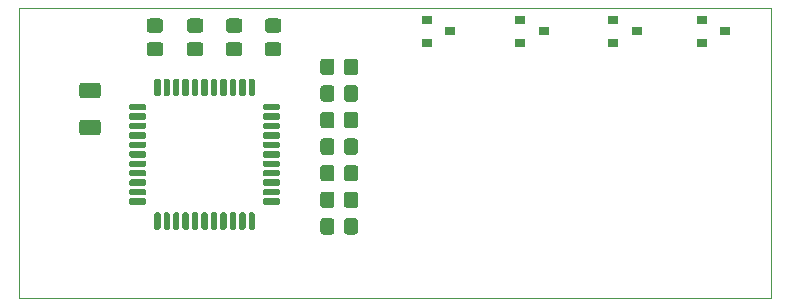
<source format=gbr>
G04 #@! TF.GenerationSoftware,KiCad,Pcbnew,5.1.10-88a1d61d58~88~ubuntu20.04.1*
G04 #@! TF.CreationDate,2021-05-20T13:34:08-04:00*
G04 #@! TF.ProjectId,hexdisplay16,68657864-6973-4706-9c61-7931362e6b69,rev?*
G04 #@! TF.SameCoordinates,Original*
G04 #@! TF.FileFunction,Paste,Top*
G04 #@! TF.FilePolarity,Positive*
%FSLAX46Y46*%
G04 Gerber Fmt 4.6, Leading zero omitted, Abs format (unit mm)*
G04 Created by KiCad (PCBNEW 5.1.10-88a1d61d58~88~ubuntu20.04.1) date 2021-05-20 13:34:08*
%MOMM*%
%LPD*%
G01*
G04 APERTURE LIST*
G04 #@! TA.AperFunction,Profile*
%ADD10C,0.050000*%
G04 #@! TD*
%ADD11R,0.900000X0.800000*%
G04 APERTURE END LIST*
D10*
X139700000Y-141800000D02*
X76000000Y-141800000D01*
X139700000Y-117200000D02*
X76200000Y-117200000D01*
X139700000Y-125500000D02*
X139700000Y-141800000D01*
X139700000Y-117300000D02*
X139700000Y-117200000D01*
X139700000Y-125500000D02*
X139700000Y-117300000D01*
X76000000Y-117200000D02*
X76200000Y-117200000D01*
X76000000Y-141800000D02*
X76000000Y-117200000D01*
G04 #@! TO.C,C1*
G36*
G01*
X82650002Y-127987500D02*
X81349998Y-127987500D01*
G75*
G02*
X81100000Y-127737502I0J249998D01*
G01*
X81100000Y-126912498D01*
G75*
G02*
X81349998Y-126662500I249998J0D01*
G01*
X82650002Y-126662500D01*
G75*
G02*
X82900000Y-126912498I0J-249998D01*
G01*
X82900000Y-127737502D01*
G75*
G02*
X82650002Y-127987500I-249998J0D01*
G01*
G37*
G36*
G01*
X82650002Y-124862500D02*
X81349998Y-124862500D01*
G75*
G02*
X81100000Y-124612502I0J249998D01*
G01*
X81100000Y-123787498D01*
G75*
G02*
X81349998Y-123537500I249998J0D01*
G01*
X82650002Y-123537500D01*
G75*
G02*
X82900000Y-123787498I0J-249998D01*
G01*
X82900000Y-124612502D01*
G75*
G02*
X82650002Y-124862500I-249998J0D01*
G01*
G37*
G04 #@! TD*
D11*
G04 #@! TO.C,Q1*
X112500000Y-119200000D03*
X110500000Y-120150000D03*
X110500000Y-118250000D03*
G04 #@! TD*
G04 #@! TO.C,Q2*
X118400000Y-118250000D03*
X118400000Y-120150000D03*
X120400000Y-119200000D03*
G04 #@! TD*
G04 #@! TO.C,Q3*
X126300000Y-118250000D03*
X126300000Y-120150000D03*
X128300000Y-119200000D03*
G04 #@! TD*
G04 #@! TO.C,Q4*
X135800000Y-119200000D03*
X133800000Y-120150000D03*
X133800000Y-118250000D03*
G04 #@! TD*
G04 #@! TO.C,R1*
G36*
G01*
X101500000Y-122650001D02*
X101500000Y-121749999D01*
G75*
G02*
X101749999Y-121500000I249999J0D01*
G01*
X102450001Y-121500000D01*
G75*
G02*
X102700000Y-121749999I0J-249999D01*
G01*
X102700000Y-122650001D01*
G75*
G02*
X102450001Y-122900000I-249999J0D01*
G01*
X101749999Y-122900000D01*
G75*
G02*
X101500000Y-122650001I0J249999D01*
G01*
G37*
G36*
G01*
X103500000Y-122650001D02*
X103500000Y-121749999D01*
G75*
G02*
X103749999Y-121500000I249999J0D01*
G01*
X104450001Y-121500000D01*
G75*
G02*
X104700000Y-121749999I0J-249999D01*
G01*
X104700000Y-122650001D01*
G75*
G02*
X104450001Y-122900000I-249999J0D01*
G01*
X103749999Y-122900000D01*
G75*
G02*
X103500000Y-122650001I0J249999D01*
G01*
G37*
G04 #@! TD*
G04 #@! TO.C,R2*
G36*
G01*
X103500000Y-124900001D02*
X103500000Y-123999999D01*
G75*
G02*
X103749999Y-123750000I249999J0D01*
G01*
X104450001Y-123750000D01*
G75*
G02*
X104700000Y-123999999I0J-249999D01*
G01*
X104700000Y-124900001D01*
G75*
G02*
X104450001Y-125150000I-249999J0D01*
G01*
X103749999Y-125150000D01*
G75*
G02*
X103500000Y-124900001I0J249999D01*
G01*
G37*
G36*
G01*
X101500000Y-124900001D02*
X101500000Y-123999999D01*
G75*
G02*
X101749999Y-123750000I249999J0D01*
G01*
X102450001Y-123750000D01*
G75*
G02*
X102700000Y-123999999I0J-249999D01*
G01*
X102700000Y-124900001D01*
G75*
G02*
X102450001Y-125150000I-249999J0D01*
G01*
X101749999Y-125150000D01*
G75*
G02*
X101500000Y-124900001I0J249999D01*
G01*
G37*
G04 #@! TD*
G04 #@! TO.C,R3*
G36*
G01*
X101500000Y-127150001D02*
X101500000Y-126249999D01*
G75*
G02*
X101749999Y-126000000I249999J0D01*
G01*
X102450001Y-126000000D01*
G75*
G02*
X102700000Y-126249999I0J-249999D01*
G01*
X102700000Y-127150001D01*
G75*
G02*
X102450001Y-127400000I-249999J0D01*
G01*
X101749999Y-127400000D01*
G75*
G02*
X101500000Y-127150001I0J249999D01*
G01*
G37*
G36*
G01*
X103500000Y-127150001D02*
X103500000Y-126249999D01*
G75*
G02*
X103749999Y-126000000I249999J0D01*
G01*
X104450001Y-126000000D01*
G75*
G02*
X104700000Y-126249999I0J-249999D01*
G01*
X104700000Y-127150001D01*
G75*
G02*
X104450001Y-127400000I-249999J0D01*
G01*
X103749999Y-127400000D01*
G75*
G02*
X103500000Y-127150001I0J249999D01*
G01*
G37*
G04 #@! TD*
G04 #@! TO.C,R4*
G36*
G01*
X103500000Y-129400001D02*
X103500000Y-128499999D01*
G75*
G02*
X103749999Y-128250000I249999J0D01*
G01*
X104450001Y-128250000D01*
G75*
G02*
X104700000Y-128499999I0J-249999D01*
G01*
X104700000Y-129400001D01*
G75*
G02*
X104450001Y-129650000I-249999J0D01*
G01*
X103749999Y-129650000D01*
G75*
G02*
X103500000Y-129400001I0J249999D01*
G01*
G37*
G36*
G01*
X101500000Y-129400001D02*
X101500000Y-128499999D01*
G75*
G02*
X101749999Y-128250000I249999J0D01*
G01*
X102450001Y-128250000D01*
G75*
G02*
X102700000Y-128499999I0J-249999D01*
G01*
X102700000Y-129400001D01*
G75*
G02*
X102450001Y-129650000I-249999J0D01*
G01*
X101749999Y-129650000D01*
G75*
G02*
X101500000Y-129400001I0J249999D01*
G01*
G37*
G04 #@! TD*
G04 #@! TO.C,R5*
G36*
G01*
X101500000Y-131650001D02*
X101500000Y-130749999D01*
G75*
G02*
X101749999Y-130500000I249999J0D01*
G01*
X102450001Y-130500000D01*
G75*
G02*
X102700000Y-130749999I0J-249999D01*
G01*
X102700000Y-131650001D01*
G75*
G02*
X102450001Y-131900000I-249999J0D01*
G01*
X101749999Y-131900000D01*
G75*
G02*
X101500000Y-131650001I0J249999D01*
G01*
G37*
G36*
G01*
X103500000Y-131650001D02*
X103500000Y-130749999D01*
G75*
G02*
X103749999Y-130500000I249999J0D01*
G01*
X104450001Y-130500000D01*
G75*
G02*
X104700000Y-130749999I0J-249999D01*
G01*
X104700000Y-131650001D01*
G75*
G02*
X104450001Y-131900000I-249999J0D01*
G01*
X103749999Y-131900000D01*
G75*
G02*
X103500000Y-131650001I0J249999D01*
G01*
G37*
G04 #@! TD*
G04 #@! TO.C,R6*
G36*
G01*
X103500000Y-133900001D02*
X103500000Y-132999999D01*
G75*
G02*
X103749999Y-132750000I249999J0D01*
G01*
X104450001Y-132750000D01*
G75*
G02*
X104700000Y-132999999I0J-249999D01*
G01*
X104700000Y-133900001D01*
G75*
G02*
X104450001Y-134150000I-249999J0D01*
G01*
X103749999Y-134150000D01*
G75*
G02*
X103500000Y-133900001I0J249999D01*
G01*
G37*
G36*
G01*
X101500000Y-133900001D02*
X101500000Y-132999999D01*
G75*
G02*
X101749999Y-132750000I249999J0D01*
G01*
X102450001Y-132750000D01*
G75*
G02*
X102700000Y-132999999I0J-249999D01*
G01*
X102700000Y-133900001D01*
G75*
G02*
X102450001Y-134150000I-249999J0D01*
G01*
X101749999Y-134150000D01*
G75*
G02*
X101500000Y-133900001I0J249999D01*
G01*
G37*
G04 #@! TD*
G04 #@! TO.C,R7*
G36*
G01*
X101500000Y-136150001D02*
X101500000Y-135249999D01*
G75*
G02*
X101749999Y-135000000I249999J0D01*
G01*
X102450001Y-135000000D01*
G75*
G02*
X102700000Y-135249999I0J-249999D01*
G01*
X102700000Y-136150001D01*
G75*
G02*
X102450001Y-136400000I-249999J0D01*
G01*
X101749999Y-136400000D01*
G75*
G02*
X101500000Y-136150001I0J249999D01*
G01*
G37*
G36*
G01*
X103500000Y-136150001D02*
X103500000Y-135249999D01*
G75*
G02*
X103749999Y-135000000I249999J0D01*
G01*
X104450001Y-135000000D01*
G75*
G02*
X104700000Y-135249999I0J-249999D01*
G01*
X104700000Y-136150001D01*
G75*
G02*
X104450001Y-136400000I-249999J0D01*
G01*
X103749999Y-136400000D01*
G75*
G02*
X103500000Y-136150001I0J249999D01*
G01*
G37*
G04 #@! TD*
G04 #@! TO.C,R8*
G36*
G01*
X97049999Y-118100000D02*
X97950001Y-118100000D01*
G75*
G02*
X98200000Y-118349999I0J-249999D01*
G01*
X98200000Y-119050001D01*
G75*
G02*
X97950001Y-119300000I-249999J0D01*
G01*
X97049999Y-119300000D01*
G75*
G02*
X96800000Y-119050001I0J249999D01*
G01*
X96800000Y-118349999D01*
G75*
G02*
X97049999Y-118100000I249999J0D01*
G01*
G37*
G36*
G01*
X97049999Y-120100000D02*
X97950001Y-120100000D01*
G75*
G02*
X98200000Y-120349999I0J-249999D01*
G01*
X98200000Y-121050001D01*
G75*
G02*
X97950001Y-121300000I-249999J0D01*
G01*
X97049999Y-121300000D01*
G75*
G02*
X96800000Y-121050001I0J249999D01*
G01*
X96800000Y-120349999D01*
G75*
G02*
X97049999Y-120100000I249999J0D01*
G01*
G37*
G04 #@! TD*
G04 #@! TO.C,R9*
G36*
G01*
X93749999Y-120100000D02*
X94650001Y-120100000D01*
G75*
G02*
X94900000Y-120349999I0J-249999D01*
G01*
X94900000Y-121050001D01*
G75*
G02*
X94650001Y-121300000I-249999J0D01*
G01*
X93749999Y-121300000D01*
G75*
G02*
X93500000Y-121050001I0J249999D01*
G01*
X93500000Y-120349999D01*
G75*
G02*
X93749999Y-120100000I249999J0D01*
G01*
G37*
G36*
G01*
X93749999Y-118100000D02*
X94650001Y-118100000D01*
G75*
G02*
X94900000Y-118349999I0J-249999D01*
G01*
X94900000Y-119050001D01*
G75*
G02*
X94650001Y-119300000I-249999J0D01*
G01*
X93749999Y-119300000D01*
G75*
G02*
X93500000Y-119050001I0J249999D01*
G01*
X93500000Y-118349999D01*
G75*
G02*
X93749999Y-118100000I249999J0D01*
G01*
G37*
G04 #@! TD*
G04 #@! TO.C,R10*
G36*
G01*
X90449999Y-118100000D02*
X91350001Y-118100000D01*
G75*
G02*
X91600000Y-118349999I0J-249999D01*
G01*
X91600000Y-119050001D01*
G75*
G02*
X91350001Y-119300000I-249999J0D01*
G01*
X90449999Y-119300000D01*
G75*
G02*
X90200000Y-119050001I0J249999D01*
G01*
X90200000Y-118349999D01*
G75*
G02*
X90449999Y-118100000I249999J0D01*
G01*
G37*
G36*
G01*
X90449999Y-120100000D02*
X91350001Y-120100000D01*
G75*
G02*
X91600000Y-120349999I0J-249999D01*
G01*
X91600000Y-121050001D01*
G75*
G02*
X91350001Y-121300000I-249999J0D01*
G01*
X90449999Y-121300000D01*
G75*
G02*
X90200000Y-121050001I0J249999D01*
G01*
X90200000Y-120349999D01*
G75*
G02*
X90449999Y-120100000I249999J0D01*
G01*
G37*
G04 #@! TD*
G04 #@! TO.C,R11*
G36*
G01*
X87049999Y-120100000D02*
X87950001Y-120100000D01*
G75*
G02*
X88200000Y-120349999I0J-249999D01*
G01*
X88200000Y-121050001D01*
G75*
G02*
X87950001Y-121300000I-249999J0D01*
G01*
X87049999Y-121300000D01*
G75*
G02*
X86800000Y-121050001I0J249999D01*
G01*
X86800000Y-120349999D01*
G75*
G02*
X87049999Y-120100000I249999J0D01*
G01*
G37*
G36*
G01*
X87049999Y-118100000D02*
X87950001Y-118100000D01*
G75*
G02*
X88200000Y-118349999I0J-249999D01*
G01*
X88200000Y-119050001D01*
G75*
G02*
X87950001Y-119300000I-249999J0D01*
G01*
X87049999Y-119300000D01*
G75*
G02*
X86800000Y-119050001I0J249999D01*
G01*
X86800000Y-118349999D01*
G75*
G02*
X87049999Y-118100000I249999J0D01*
G01*
G37*
G04 #@! TD*
G04 #@! TO.C,U1*
G36*
G01*
X85300000Y-125737500D02*
X85300000Y-125462500D01*
G75*
G02*
X85437500Y-125325000I137500J0D01*
G01*
X86637500Y-125325000D01*
G75*
G02*
X86775000Y-125462500I0J-137500D01*
G01*
X86775000Y-125737500D01*
G75*
G02*
X86637500Y-125875000I-137500J0D01*
G01*
X85437500Y-125875000D01*
G75*
G02*
X85300000Y-125737500I0J137500D01*
G01*
G37*
G36*
G01*
X85300000Y-126537500D02*
X85300000Y-126262500D01*
G75*
G02*
X85437500Y-126125000I137500J0D01*
G01*
X86637500Y-126125000D01*
G75*
G02*
X86775000Y-126262500I0J-137500D01*
G01*
X86775000Y-126537500D01*
G75*
G02*
X86637500Y-126675000I-137500J0D01*
G01*
X85437500Y-126675000D01*
G75*
G02*
X85300000Y-126537500I0J137500D01*
G01*
G37*
G36*
G01*
X85300000Y-127337500D02*
X85300000Y-127062500D01*
G75*
G02*
X85437500Y-126925000I137500J0D01*
G01*
X86637500Y-126925000D01*
G75*
G02*
X86775000Y-127062500I0J-137500D01*
G01*
X86775000Y-127337500D01*
G75*
G02*
X86637500Y-127475000I-137500J0D01*
G01*
X85437500Y-127475000D01*
G75*
G02*
X85300000Y-127337500I0J137500D01*
G01*
G37*
G36*
G01*
X85300000Y-128137500D02*
X85300000Y-127862500D01*
G75*
G02*
X85437500Y-127725000I137500J0D01*
G01*
X86637500Y-127725000D01*
G75*
G02*
X86775000Y-127862500I0J-137500D01*
G01*
X86775000Y-128137500D01*
G75*
G02*
X86637500Y-128275000I-137500J0D01*
G01*
X85437500Y-128275000D01*
G75*
G02*
X85300000Y-128137500I0J137500D01*
G01*
G37*
G36*
G01*
X85300000Y-128937500D02*
X85300000Y-128662500D01*
G75*
G02*
X85437500Y-128525000I137500J0D01*
G01*
X86637500Y-128525000D01*
G75*
G02*
X86775000Y-128662500I0J-137500D01*
G01*
X86775000Y-128937500D01*
G75*
G02*
X86637500Y-129075000I-137500J0D01*
G01*
X85437500Y-129075000D01*
G75*
G02*
X85300000Y-128937500I0J137500D01*
G01*
G37*
G36*
G01*
X85300000Y-129737500D02*
X85300000Y-129462500D01*
G75*
G02*
X85437500Y-129325000I137500J0D01*
G01*
X86637500Y-129325000D01*
G75*
G02*
X86775000Y-129462500I0J-137500D01*
G01*
X86775000Y-129737500D01*
G75*
G02*
X86637500Y-129875000I-137500J0D01*
G01*
X85437500Y-129875000D01*
G75*
G02*
X85300000Y-129737500I0J137500D01*
G01*
G37*
G36*
G01*
X85300000Y-130537500D02*
X85300000Y-130262500D01*
G75*
G02*
X85437500Y-130125000I137500J0D01*
G01*
X86637500Y-130125000D01*
G75*
G02*
X86775000Y-130262500I0J-137500D01*
G01*
X86775000Y-130537500D01*
G75*
G02*
X86637500Y-130675000I-137500J0D01*
G01*
X85437500Y-130675000D01*
G75*
G02*
X85300000Y-130537500I0J137500D01*
G01*
G37*
G36*
G01*
X85300000Y-131337500D02*
X85300000Y-131062500D01*
G75*
G02*
X85437500Y-130925000I137500J0D01*
G01*
X86637500Y-130925000D01*
G75*
G02*
X86775000Y-131062500I0J-137500D01*
G01*
X86775000Y-131337500D01*
G75*
G02*
X86637500Y-131475000I-137500J0D01*
G01*
X85437500Y-131475000D01*
G75*
G02*
X85300000Y-131337500I0J137500D01*
G01*
G37*
G36*
G01*
X85300000Y-132137500D02*
X85300000Y-131862500D01*
G75*
G02*
X85437500Y-131725000I137500J0D01*
G01*
X86637500Y-131725000D01*
G75*
G02*
X86775000Y-131862500I0J-137500D01*
G01*
X86775000Y-132137500D01*
G75*
G02*
X86637500Y-132275000I-137500J0D01*
G01*
X85437500Y-132275000D01*
G75*
G02*
X85300000Y-132137500I0J137500D01*
G01*
G37*
G36*
G01*
X85300000Y-132937500D02*
X85300000Y-132662500D01*
G75*
G02*
X85437500Y-132525000I137500J0D01*
G01*
X86637500Y-132525000D01*
G75*
G02*
X86775000Y-132662500I0J-137500D01*
G01*
X86775000Y-132937500D01*
G75*
G02*
X86637500Y-133075000I-137500J0D01*
G01*
X85437500Y-133075000D01*
G75*
G02*
X85300000Y-132937500I0J137500D01*
G01*
G37*
G36*
G01*
X85300000Y-133737500D02*
X85300000Y-133462500D01*
G75*
G02*
X85437500Y-133325000I137500J0D01*
G01*
X86637500Y-133325000D01*
G75*
G02*
X86775000Y-133462500I0J-137500D01*
G01*
X86775000Y-133737500D01*
G75*
G02*
X86637500Y-133875000I-137500J0D01*
G01*
X85437500Y-133875000D01*
G75*
G02*
X85300000Y-133737500I0J137500D01*
G01*
G37*
G36*
G01*
X87425000Y-135862500D02*
X87425000Y-134662500D01*
G75*
G02*
X87562500Y-134525000I137500J0D01*
G01*
X87837500Y-134525000D01*
G75*
G02*
X87975000Y-134662500I0J-137500D01*
G01*
X87975000Y-135862500D01*
G75*
G02*
X87837500Y-136000000I-137500J0D01*
G01*
X87562500Y-136000000D01*
G75*
G02*
X87425000Y-135862500I0J137500D01*
G01*
G37*
G36*
G01*
X88225000Y-135862500D02*
X88225000Y-134662500D01*
G75*
G02*
X88362500Y-134525000I137500J0D01*
G01*
X88637500Y-134525000D01*
G75*
G02*
X88775000Y-134662500I0J-137500D01*
G01*
X88775000Y-135862500D01*
G75*
G02*
X88637500Y-136000000I-137500J0D01*
G01*
X88362500Y-136000000D01*
G75*
G02*
X88225000Y-135862500I0J137500D01*
G01*
G37*
G36*
G01*
X89025000Y-135862500D02*
X89025000Y-134662500D01*
G75*
G02*
X89162500Y-134525000I137500J0D01*
G01*
X89437500Y-134525000D01*
G75*
G02*
X89575000Y-134662500I0J-137500D01*
G01*
X89575000Y-135862500D01*
G75*
G02*
X89437500Y-136000000I-137500J0D01*
G01*
X89162500Y-136000000D01*
G75*
G02*
X89025000Y-135862500I0J137500D01*
G01*
G37*
G36*
G01*
X89825000Y-135862500D02*
X89825000Y-134662500D01*
G75*
G02*
X89962500Y-134525000I137500J0D01*
G01*
X90237500Y-134525000D01*
G75*
G02*
X90375000Y-134662500I0J-137500D01*
G01*
X90375000Y-135862500D01*
G75*
G02*
X90237500Y-136000000I-137500J0D01*
G01*
X89962500Y-136000000D01*
G75*
G02*
X89825000Y-135862500I0J137500D01*
G01*
G37*
G36*
G01*
X90625000Y-135862500D02*
X90625000Y-134662500D01*
G75*
G02*
X90762500Y-134525000I137500J0D01*
G01*
X91037500Y-134525000D01*
G75*
G02*
X91175000Y-134662500I0J-137500D01*
G01*
X91175000Y-135862500D01*
G75*
G02*
X91037500Y-136000000I-137500J0D01*
G01*
X90762500Y-136000000D01*
G75*
G02*
X90625000Y-135862500I0J137500D01*
G01*
G37*
G36*
G01*
X91425000Y-135862500D02*
X91425000Y-134662500D01*
G75*
G02*
X91562500Y-134525000I137500J0D01*
G01*
X91837500Y-134525000D01*
G75*
G02*
X91975000Y-134662500I0J-137500D01*
G01*
X91975000Y-135862500D01*
G75*
G02*
X91837500Y-136000000I-137500J0D01*
G01*
X91562500Y-136000000D01*
G75*
G02*
X91425000Y-135862500I0J137500D01*
G01*
G37*
G36*
G01*
X92225000Y-135862500D02*
X92225000Y-134662500D01*
G75*
G02*
X92362500Y-134525000I137500J0D01*
G01*
X92637500Y-134525000D01*
G75*
G02*
X92775000Y-134662500I0J-137500D01*
G01*
X92775000Y-135862500D01*
G75*
G02*
X92637500Y-136000000I-137500J0D01*
G01*
X92362500Y-136000000D01*
G75*
G02*
X92225000Y-135862500I0J137500D01*
G01*
G37*
G36*
G01*
X93025000Y-135862500D02*
X93025000Y-134662500D01*
G75*
G02*
X93162500Y-134525000I137500J0D01*
G01*
X93437500Y-134525000D01*
G75*
G02*
X93575000Y-134662500I0J-137500D01*
G01*
X93575000Y-135862500D01*
G75*
G02*
X93437500Y-136000000I-137500J0D01*
G01*
X93162500Y-136000000D01*
G75*
G02*
X93025000Y-135862500I0J137500D01*
G01*
G37*
G36*
G01*
X93825000Y-135862500D02*
X93825000Y-134662500D01*
G75*
G02*
X93962500Y-134525000I137500J0D01*
G01*
X94237500Y-134525000D01*
G75*
G02*
X94375000Y-134662500I0J-137500D01*
G01*
X94375000Y-135862500D01*
G75*
G02*
X94237500Y-136000000I-137500J0D01*
G01*
X93962500Y-136000000D01*
G75*
G02*
X93825000Y-135862500I0J137500D01*
G01*
G37*
G36*
G01*
X94625000Y-135862500D02*
X94625000Y-134662500D01*
G75*
G02*
X94762500Y-134525000I137500J0D01*
G01*
X95037500Y-134525000D01*
G75*
G02*
X95175000Y-134662500I0J-137500D01*
G01*
X95175000Y-135862500D01*
G75*
G02*
X95037500Y-136000000I-137500J0D01*
G01*
X94762500Y-136000000D01*
G75*
G02*
X94625000Y-135862500I0J137500D01*
G01*
G37*
G36*
G01*
X95425000Y-135862500D02*
X95425000Y-134662500D01*
G75*
G02*
X95562500Y-134525000I137500J0D01*
G01*
X95837500Y-134525000D01*
G75*
G02*
X95975000Y-134662500I0J-137500D01*
G01*
X95975000Y-135862500D01*
G75*
G02*
X95837500Y-136000000I-137500J0D01*
G01*
X95562500Y-136000000D01*
G75*
G02*
X95425000Y-135862500I0J137500D01*
G01*
G37*
G36*
G01*
X96625000Y-133737500D02*
X96625000Y-133462500D01*
G75*
G02*
X96762500Y-133325000I137500J0D01*
G01*
X97962500Y-133325000D01*
G75*
G02*
X98100000Y-133462500I0J-137500D01*
G01*
X98100000Y-133737500D01*
G75*
G02*
X97962500Y-133875000I-137500J0D01*
G01*
X96762500Y-133875000D01*
G75*
G02*
X96625000Y-133737500I0J137500D01*
G01*
G37*
G36*
G01*
X96625000Y-132937500D02*
X96625000Y-132662500D01*
G75*
G02*
X96762500Y-132525000I137500J0D01*
G01*
X97962500Y-132525000D01*
G75*
G02*
X98100000Y-132662500I0J-137500D01*
G01*
X98100000Y-132937500D01*
G75*
G02*
X97962500Y-133075000I-137500J0D01*
G01*
X96762500Y-133075000D01*
G75*
G02*
X96625000Y-132937500I0J137500D01*
G01*
G37*
G36*
G01*
X96625000Y-132137500D02*
X96625000Y-131862500D01*
G75*
G02*
X96762500Y-131725000I137500J0D01*
G01*
X97962500Y-131725000D01*
G75*
G02*
X98100000Y-131862500I0J-137500D01*
G01*
X98100000Y-132137500D01*
G75*
G02*
X97962500Y-132275000I-137500J0D01*
G01*
X96762500Y-132275000D01*
G75*
G02*
X96625000Y-132137500I0J137500D01*
G01*
G37*
G36*
G01*
X96625000Y-131337500D02*
X96625000Y-131062500D01*
G75*
G02*
X96762500Y-130925000I137500J0D01*
G01*
X97962500Y-130925000D01*
G75*
G02*
X98100000Y-131062500I0J-137500D01*
G01*
X98100000Y-131337500D01*
G75*
G02*
X97962500Y-131475000I-137500J0D01*
G01*
X96762500Y-131475000D01*
G75*
G02*
X96625000Y-131337500I0J137500D01*
G01*
G37*
G36*
G01*
X96625000Y-130537500D02*
X96625000Y-130262500D01*
G75*
G02*
X96762500Y-130125000I137500J0D01*
G01*
X97962500Y-130125000D01*
G75*
G02*
X98100000Y-130262500I0J-137500D01*
G01*
X98100000Y-130537500D01*
G75*
G02*
X97962500Y-130675000I-137500J0D01*
G01*
X96762500Y-130675000D01*
G75*
G02*
X96625000Y-130537500I0J137500D01*
G01*
G37*
G36*
G01*
X96625000Y-129737500D02*
X96625000Y-129462500D01*
G75*
G02*
X96762500Y-129325000I137500J0D01*
G01*
X97962500Y-129325000D01*
G75*
G02*
X98100000Y-129462500I0J-137500D01*
G01*
X98100000Y-129737500D01*
G75*
G02*
X97962500Y-129875000I-137500J0D01*
G01*
X96762500Y-129875000D01*
G75*
G02*
X96625000Y-129737500I0J137500D01*
G01*
G37*
G36*
G01*
X96625000Y-128937500D02*
X96625000Y-128662500D01*
G75*
G02*
X96762500Y-128525000I137500J0D01*
G01*
X97962500Y-128525000D01*
G75*
G02*
X98100000Y-128662500I0J-137500D01*
G01*
X98100000Y-128937500D01*
G75*
G02*
X97962500Y-129075000I-137500J0D01*
G01*
X96762500Y-129075000D01*
G75*
G02*
X96625000Y-128937500I0J137500D01*
G01*
G37*
G36*
G01*
X96625000Y-128137500D02*
X96625000Y-127862500D01*
G75*
G02*
X96762500Y-127725000I137500J0D01*
G01*
X97962500Y-127725000D01*
G75*
G02*
X98100000Y-127862500I0J-137500D01*
G01*
X98100000Y-128137500D01*
G75*
G02*
X97962500Y-128275000I-137500J0D01*
G01*
X96762500Y-128275000D01*
G75*
G02*
X96625000Y-128137500I0J137500D01*
G01*
G37*
G36*
G01*
X96625000Y-127337500D02*
X96625000Y-127062500D01*
G75*
G02*
X96762500Y-126925000I137500J0D01*
G01*
X97962500Y-126925000D01*
G75*
G02*
X98100000Y-127062500I0J-137500D01*
G01*
X98100000Y-127337500D01*
G75*
G02*
X97962500Y-127475000I-137500J0D01*
G01*
X96762500Y-127475000D01*
G75*
G02*
X96625000Y-127337500I0J137500D01*
G01*
G37*
G36*
G01*
X96625000Y-126537500D02*
X96625000Y-126262500D01*
G75*
G02*
X96762500Y-126125000I137500J0D01*
G01*
X97962500Y-126125000D01*
G75*
G02*
X98100000Y-126262500I0J-137500D01*
G01*
X98100000Y-126537500D01*
G75*
G02*
X97962500Y-126675000I-137500J0D01*
G01*
X96762500Y-126675000D01*
G75*
G02*
X96625000Y-126537500I0J137500D01*
G01*
G37*
G36*
G01*
X96625000Y-125737500D02*
X96625000Y-125462500D01*
G75*
G02*
X96762500Y-125325000I137500J0D01*
G01*
X97962500Y-125325000D01*
G75*
G02*
X98100000Y-125462500I0J-137500D01*
G01*
X98100000Y-125737500D01*
G75*
G02*
X97962500Y-125875000I-137500J0D01*
G01*
X96762500Y-125875000D01*
G75*
G02*
X96625000Y-125737500I0J137500D01*
G01*
G37*
G36*
G01*
X95425000Y-124537500D02*
X95425000Y-123337500D01*
G75*
G02*
X95562500Y-123200000I137500J0D01*
G01*
X95837500Y-123200000D01*
G75*
G02*
X95975000Y-123337500I0J-137500D01*
G01*
X95975000Y-124537500D01*
G75*
G02*
X95837500Y-124675000I-137500J0D01*
G01*
X95562500Y-124675000D01*
G75*
G02*
X95425000Y-124537500I0J137500D01*
G01*
G37*
G36*
G01*
X94625000Y-124537500D02*
X94625000Y-123337500D01*
G75*
G02*
X94762500Y-123200000I137500J0D01*
G01*
X95037500Y-123200000D01*
G75*
G02*
X95175000Y-123337500I0J-137500D01*
G01*
X95175000Y-124537500D01*
G75*
G02*
X95037500Y-124675000I-137500J0D01*
G01*
X94762500Y-124675000D01*
G75*
G02*
X94625000Y-124537500I0J137500D01*
G01*
G37*
G36*
G01*
X93825000Y-124537500D02*
X93825000Y-123337500D01*
G75*
G02*
X93962500Y-123200000I137500J0D01*
G01*
X94237500Y-123200000D01*
G75*
G02*
X94375000Y-123337500I0J-137500D01*
G01*
X94375000Y-124537500D01*
G75*
G02*
X94237500Y-124675000I-137500J0D01*
G01*
X93962500Y-124675000D01*
G75*
G02*
X93825000Y-124537500I0J137500D01*
G01*
G37*
G36*
G01*
X93025000Y-124537500D02*
X93025000Y-123337500D01*
G75*
G02*
X93162500Y-123200000I137500J0D01*
G01*
X93437500Y-123200000D01*
G75*
G02*
X93575000Y-123337500I0J-137500D01*
G01*
X93575000Y-124537500D01*
G75*
G02*
X93437500Y-124675000I-137500J0D01*
G01*
X93162500Y-124675000D01*
G75*
G02*
X93025000Y-124537500I0J137500D01*
G01*
G37*
G36*
G01*
X92225000Y-124537500D02*
X92225000Y-123337500D01*
G75*
G02*
X92362500Y-123200000I137500J0D01*
G01*
X92637500Y-123200000D01*
G75*
G02*
X92775000Y-123337500I0J-137500D01*
G01*
X92775000Y-124537500D01*
G75*
G02*
X92637500Y-124675000I-137500J0D01*
G01*
X92362500Y-124675000D01*
G75*
G02*
X92225000Y-124537500I0J137500D01*
G01*
G37*
G36*
G01*
X91425000Y-124537500D02*
X91425000Y-123337500D01*
G75*
G02*
X91562500Y-123200000I137500J0D01*
G01*
X91837500Y-123200000D01*
G75*
G02*
X91975000Y-123337500I0J-137500D01*
G01*
X91975000Y-124537500D01*
G75*
G02*
X91837500Y-124675000I-137500J0D01*
G01*
X91562500Y-124675000D01*
G75*
G02*
X91425000Y-124537500I0J137500D01*
G01*
G37*
G36*
G01*
X90625000Y-124537500D02*
X90625000Y-123337500D01*
G75*
G02*
X90762500Y-123200000I137500J0D01*
G01*
X91037500Y-123200000D01*
G75*
G02*
X91175000Y-123337500I0J-137500D01*
G01*
X91175000Y-124537500D01*
G75*
G02*
X91037500Y-124675000I-137500J0D01*
G01*
X90762500Y-124675000D01*
G75*
G02*
X90625000Y-124537500I0J137500D01*
G01*
G37*
G36*
G01*
X89825000Y-124537500D02*
X89825000Y-123337500D01*
G75*
G02*
X89962500Y-123200000I137500J0D01*
G01*
X90237500Y-123200000D01*
G75*
G02*
X90375000Y-123337500I0J-137500D01*
G01*
X90375000Y-124537500D01*
G75*
G02*
X90237500Y-124675000I-137500J0D01*
G01*
X89962500Y-124675000D01*
G75*
G02*
X89825000Y-124537500I0J137500D01*
G01*
G37*
G36*
G01*
X89025000Y-124537500D02*
X89025000Y-123337500D01*
G75*
G02*
X89162500Y-123200000I137500J0D01*
G01*
X89437500Y-123200000D01*
G75*
G02*
X89575000Y-123337500I0J-137500D01*
G01*
X89575000Y-124537500D01*
G75*
G02*
X89437500Y-124675000I-137500J0D01*
G01*
X89162500Y-124675000D01*
G75*
G02*
X89025000Y-124537500I0J137500D01*
G01*
G37*
G36*
G01*
X88225000Y-124537500D02*
X88225000Y-123337500D01*
G75*
G02*
X88362500Y-123200000I137500J0D01*
G01*
X88637500Y-123200000D01*
G75*
G02*
X88775000Y-123337500I0J-137500D01*
G01*
X88775000Y-124537500D01*
G75*
G02*
X88637500Y-124675000I-137500J0D01*
G01*
X88362500Y-124675000D01*
G75*
G02*
X88225000Y-124537500I0J137500D01*
G01*
G37*
G36*
G01*
X87425000Y-124537500D02*
X87425000Y-123337500D01*
G75*
G02*
X87562500Y-123200000I137500J0D01*
G01*
X87837500Y-123200000D01*
G75*
G02*
X87975000Y-123337500I0J-137500D01*
G01*
X87975000Y-124537500D01*
G75*
G02*
X87837500Y-124675000I-137500J0D01*
G01*
X87562500Y-124675000D01*
G75*
G02*
X87425000Y-124537500I0J137500D01*
G01*
G37*
G04 #@! TD*
M02*

</source>
